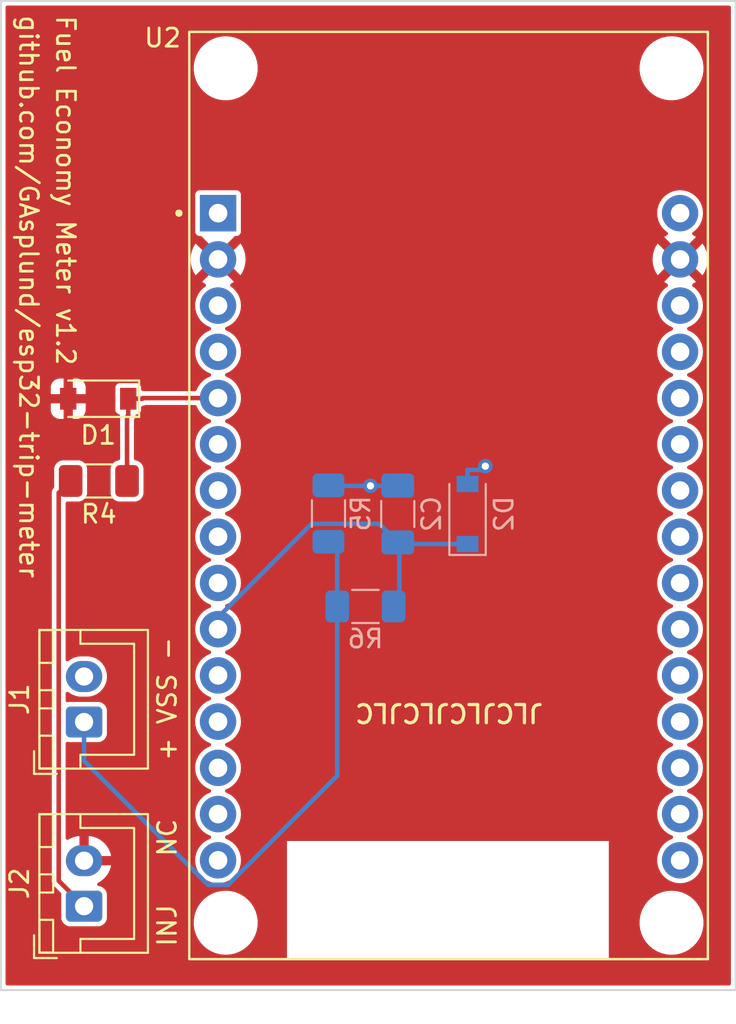
<source format=kicad_pcb>
(kicad_pcb (version 20211014) (generator pcbnew)
  (layers (0 "F.Cu" signal) (31 "B.Cu" signal) (34 "B.Paste" user) (35 "F.Paste" user) (36 "B.SilkS" user "B.Silkscreen") (37 "F.SilkS" user "F.Silkscreen") (38 "B.Mask" user) (39 "F.Mask" user) (44 "Edge.Cuts" user))
  (net 0 "")
  (net 1 "3v3")
  (net 2 "GND")
  (net 3 "VSS+")
  (net 4 "VSS-")
  (net 5 "INJ_GND")
  (net 8 "VSS_A")
  (net 29 "5V")
  (net 32 "/INJ_SIG")
  (footprint "Connector_JST:JST_XH_B2B-XH-A_1x02_P2.50mm_Vertical" (layer "F.Cu") (at 126.492 106.132 90)
    (fp_text reference "J2" (at 1.25 -3.55 90) (layer "F.SilkS"))
    (fp_text value "Conn_01x02_Female")
    (fp_line (start 4.3 2.75) (end 1.25 2.75) (layer "F.SilkS") (width 0.12))
    (fp_line (start 0.75 -1.7) (end 1.75 -1.7) (layer "F.SilkS") (width 0.12))
    (fp_line (start -2.55 -0.2) (end -1.8 -0.2) (layer "F.SilkS") (width 0.12))
    (fp_line (start -1.8 -0.2) (end -1.8 2.75) (layer "F.SilkS") (width 0.12))
    (fp_line (start 5.06 3.51) (end 5.06 -2.46) (layer "F.SilkS") (width 0.12))
    (fp_line (start 4.3 -0.2) (end 4.3 2.75) (layer "F.SilkS") (width 0.12))
    (fp_line (start 1.75 -2.45) (end 0.75 -2.45) (layer "F.SilkS") (width 0.12))
    (fp_line (start 5.05 -2.45) (end 3.25 -2.45) (layer "F.SilkS") (width 0.12))
    (fp_line (start -0.75 -1.7) (end -0.75 -2.45) (layer "F.SilkS") (width 0.12))
    (fp_line (start -2.56 3.51) (end 5.06 3.51) (layer "F.SilkS") (width 0.12))
    (fp_line (start 3.25 -1.7) (end 5.05 -1.7) (layer "F.SilkS") (width 0.12))
    (fp_line (start 1.75 -1.7) (end 1.75 -2.45) (layer "F.SilkS") (width 0.12))
    (fp_line (start 5.05 -1.7) (end 5.05 -2.45) (layer "F.SilkS") (width 0.12))
    (fp_line (start -2.85 -2.75) (end -2.85 -1.5) (layer "F.SilkS") (width 0.12))
    (fp_line (start -0.75 -2.45) (end -2.55 -2.45) (layer "F.SilkS") (width 0.12))
    (fp_line (start -2.55 -2.45) (end -2.55 -1.7) (layer "F.SilkS") (width 0.12))
    (fp_line (start -1.8 2.75) (end 1.25 2.75) (layer "F.SilkS") (width 0.12))
    (fp_line (start 0.75 -2.45) (end 0.75 -1.7) (layer "F.SilkS") (width 0.12))
    (fp_line (start 3.25 -2.45) (end 3.25 -1.7) (layer "F.SilkS") (width 0.12))
    (fp_line (start -2.55 -1.7) (end -0.75 -1.7) (layer "F.SilkS") (width 0.12))
    (fp_line (start -1.6 -2.75) (end -2.85 -2.75) (layer "F.SilkS") (width 0.12))
    (fp_line (start 5.06 -2.46) (end -2.56 -2.46) (layer "F.SilkS") (width 0.12))
    (fp_line (start -2.56 -2.46) (end -2.56 3.51) (layer "F.SilkS") (width 0.12))
    (fp_line (start 5.05 -0.2) (end 4.3 -0.2) (layer "F.SilkS") (width 0.12))
    (pad "1" thru_hole roundrect (at 0 0 90) (size 1.7 2) (drill 1) (layers *.Cu *.Mask) (roundrect_rratio 0.1470588235) (net 5 "INJ_GND"))
    (pad "2" thru_hole oval (at 2.5 0 90) (size 1.7 2) (drill 1) (layers *.Cu *.Mask) (net 2 "GND"))
  )
  (footprint "Diode_SMD:D_SOD-123" (layer "F.Cu") (at 127.27 78.248 180)
    (fp_text reference "D1" (at 0 -2) (layer "F.SilkS"))
    (fp_text value "3V")
    (fp_line (start -2.25 1) (end 1.65 1) (layer "F.SilkS") (width 0.12))
    (fp_line (start -2.25 -1) (end -2.25 1) (layer "F.SilkS") (width 0.12))
    (fp_line (start -2.25 -1) (end 1.65 -1) (layer "F.SilkS") (width 0.12))
    (pad "1" smd rect (at -1.65 0 180) (size 0.9 1.2) (layers "F.Cu" "F.Paste" "F.Mask") (net 32 "/INJ_SIG"))
    (pad "2" smd rect (at 1.65 0 180) (size 0.9 1.2) (layers "F.Cu" "F.Paste" "F.Mask") (net 2 "GND"))
  )
  (footprint "ESP32_Devkit:MODULE_ESP32_DEVKIT_V1" (layer "F.Cu") (at 146.558 83.566)
    (fp_text reference "U2" (at -15.748 -25.146) (layer "F.SilkS"))
    (fp_text value "ESP32-DEVKIT-V1")
    (fp_line (start -14.28 25.475) (end -8.91 25.475) (layer "F.SilkS") (width 0.127))
    (fp_line (start 14.23 25.475) (end -14.28 25.475) (layer "F.SilkS") (width 0.127))
    (fp_line (start 14.23 -25.475) (end 14.23 25.475) (layer "F.SilkS") (width 0.127))
    (fp_line (start 8.78 25.475) (end 14.23 25.475) (layer "F.SilkS") (width 0.127))
    (fp_line (start -14.28 25.475) (end -14.28 -25.475) (layer "F.SilkS") (width 0.127))
    (fp_line (start -14.28 -25.475) (end -3.211 -25.475) (layer "F.SilkS") (width 0.127))
    (fp_line (start 3.5 -25.475) (end 14.23 -25.475) (layer "F.SilkS") (width 0.127))
    (fp_line (start -14.28 -25.475) (end 14.23 -25.475) (layer "F.SilkS") (width 0.127))
    (fp_line (start -3.211 -25.475) (end 3.5 -25.475) (layer "F.SilkS") (width 0.127))
    (fp_line (start -14.28 25.475) (end -14.28 -25.475) (layer "F.SilkS") (width 0.127))
    (fp_line (start 14.23 -25.475) (end 14.23 25.475) (layer "F.SilkS") (width 0.127))
    (fp_line (start -8.91 25.475) (end 8.78 25.475) (layer "F.SilkS") (width 0.127))
    (fp_circle (center -14.85 -15.515) (end -14.75 -15.515) (layer "F.SilkS") (width 0.2) (fill none))
    (pad "" np_thru_hole circle (at -12.28 -23.475) (size 3 3) (drill 3) (layers *.Cu *.Mask))
    (pad "" np_thru_hole circle (at 12.23 -23.475) (size 3 3) (drill 3) (layers *.Cu *.Mask))
    (pad "" np_thru_hole circle (at 12.23 23.475) (size 3 3) (drill 3) (layers *.Cu *.Mask))
    (pad "" np_thru_hole circle (at -12.28 23.475) (size 3 3) (drill 3) (layers *.Cu *.Mask))
    (pad "1" thru_hole rect (at -12.7 -15.515) (size 2 2) (drill 1.02) (layers *.Cu *.Mask) (net 1 "3v3"))
    (pad "2" thru_hole circle (at -12.7 -12.975) (size 2 2) (drill 1.02) (layers *.Cu *.Mask) (net 2 "GND"))
    (pad "3" thru_hole circle (at -12.7 -10.435) (size 2 2) (drill 1.02) (layers *.Cu *.Mask))
    (pad "4" thru_hole circle (at -12.7 -7.895) (size 2 2) (drill 1.02) (layers *.Cu *.Mask))
    (pad "5" thru_hole circle (at -12.7 -5.355) (size 2 2) (drill 1.02) (layers *.Cu *.Mask) (net 32 "/INJ_SIG"))
    (pad "6" thru_hole circle (at -12.7 -2.815) (size 2 2) (drill 1.02) (layers *.Cu *.Mask))
    (pad "7" thru_hole circle (at -12.7 -0.275) (size 2 2) (drill 1.02) (layers *.Cu *.Mask))
    (pad "8" thru_hole circle (at -12.7 2.265) (size 2 2) (drill 1.02) (layers *.Cu *.Mask))
    (pad "9" thru_hole circle (at -12.7 4.805) (size 2 2) (drill 1.02) (layers *.Cu *.Mask))
    (pad "10" thru_hole circle (at -12.7 7.345) (size 2 2) (drill 1.02) (layers *.Cu *.Mask) (net 8 "VSS_A"))
    (pad "11" thru_hole circle (at -12.7 9.885) (size 2 2) (drill 1.02) (layers *.Cu *.Mask))
    (pad "12" thru_hole circle (at -12.7 12.425) (size 2 2) (drill 1.02) (layers *.Cu *.Mask))
    (pad "13" thru_hole circle (at -12.7 14.965) (size 2 2) (drill 1.02) (layers *.Cu *.Mask))
    (pad "14" thru_hole circle (at -12.7 17.505) (size 2 2) (drill 1.02) (layers *.Cu *.Mask))
    (pad "15" thru_hole circle (at -12.7 20.045) (size 2 2) (drill 1.02) (layers *.Cu *.Mask))
    (pad "16" thru_hole circle (at 12.7 20.045) (size 2 2) (drill 1.02) (layers *.Cu *.Mask))
    (pad "17" thru_hole circle (at 12.7 17.505) (size 2 2) (drill 1.02) (layers *.Cu *.Mask))
    (pad "18" thru_hole circle (at 12.7 14.965) (size 2 2) (drill 1.02) (layers *.Cu *.Mask))
    (pad "19" thru_hole circle (at 12.7 12.425) (size 2 2) (drill 1.02) (layers *.Cu *.Mask))
    (pad "20" thru_hole circle (at 12.7 9.885) (size 2 2) (drill 1.02) (layers *.Cu *.Mask))
    (pad "21" thru_hole circle (at 12.7 7.345) (size 2 2) (drill 1.02) (layers *.Cu *.Mask))
    (pad "22" thru_hole circle (at 12.7 4.805) (size 2 2) (drill 1.02) (layers *.Cu *.Mask))
    (pad "23" thru_hole circle (at 12.7 2.265) (size 2 2) (drill 1.02) (layers *.Cu *.Mask))
    (pad "24" thru_hole circle (at 12.7 -0.275) (size 2 2) (drill 1.02) (layers *.Cu *.Mask))
    (pad "25" thru_hole circle (at 12.7 -2.815) (size 2 2) (drill 1.02) (layers *.Cu *.Mask))
    (pad "26" thru_hole circle (at 12.7 -5.355) (size 2 2) (drill 1.02) (layers *.Cu *.Mask))
    (pad "27" thru_hole circle (at 12.7 -7.895) (size 2 2) (drill 1.02) (layers *.Cu *.Mask))
    (pad "28" thru_hole circle (at 12.7 -10.435) (size 2 2) (drill 1.02) (layers *.Cu *.Mask))
    (pad "29" thru_hole circle (at 12.7 -12.975) (size 2 2) (drill 1.02) (layers *.Cu *.Mask) (net 2 "GND"))
    (pad "30" thru_hole circle (at 12.7 -15.515) (size 2 2) (drill 1.02) (layers *.Cu *.Mask) (net 29 "5V"))
    (zone (net 0) (net_name "") (layer "F.Cu") (connect_pads (clearance 0)) (min_thickness 0.01)
      (keepout (tracks not_allowed) (vias not_allowed) (pads not_allowed) (copperpour not_allowed) (footprints allowed))
      (fill (thermal_gap 0.508) (thermal_bridge_width 0.508))
      (polygon (pts (xy 137.648 102.551) (xy 155.338 102.551) (xy 155.338 109.041) (xy 137.648 109.041)))
    )
  )
  (footprint "Resistor_SMD:R_1206_3216Metric_Pad1.30x1.75mm_HandSolder" (layer "F.Cu") (at 127.304 82.766 180)
    (fp_text reference "R4" (at 0 -1.82) (layer "F.SilkS"))
    (fp_text value "50K")
    (fp_line (start -0.727064 -0.91) (end 0.727064 -0.91) (layer "F.SilkS") (width 0.12))
    (fp_line (start -0.727064 0.91) (end 0.727064 0.91) (layer "F.SilkS") (width 0.12))
    (pad "1" smd roundrect (at -1.55 0 180) (size 1.3 1.75) (layers "F.Cu" "F.Paste" "F.Mask") (roundrect_rratio 0.1923076923) (net 32 "/INJ_SIG"))
    (pad "2" smd roundrect (at 1.55 0 180) (size 1.3 1.75) (layers "F.Cu" "F.Paste" "F.Mask") (roundrect_rratio 0.1923076923) (net 5 "INJ_GND"))
  )
  (footprint "Connector_JST:JST_XH_B2B-XH-A_1x02_P2.50mm_Vertical" (layer "F.Cu") (at 126.492 96.012 90)
    (fp_text reference "J1" (at 1.25 -3.55 90) (layer "F.SilkS"))
    (fp_text value "Conn_01x02_Female")
    (fp_line (start 0.75 -2.45) (end 0.75 -1.7) (layer "F.SilkS") (width 0.12))
    (fp_line (start 1.75 -2.45) (end 0.75 -2.45) (layer "F.SilkS") (width 0.12))
    (fp_line (start -1.6 -2.75) (end -2.85 -2.75) (layer "F.SilkS") (width 0.12))
    (fp_line (start 3.25 -2.45) (end 3.25 -1.7) (layer "F.SilkS") (width 0.12))
    (fp_line (start 5.05 -2.45) (end 3.25 -2.45) (layer "F.SilkS") (width 0.12))
    (fp_line (start -2.56 3.51) (end 5.06 3.51) (layer "F.SilkS") (width 0.12))
    (fp_line (start -1.8 2.75) (end 1.25 2.75) (layer "F.SilkS") (width 0.12))
    (fp_line (start 5.05 -0.2) (end 4.3 -0.2) (layer "F.SilkS") (width 0.12))
    (fp_line (start -2.85 -2.75) (end -2.85 -1.5) (layer "F.SilkS") (width 0.12))
    (fp_line (start 5.05 -1.7) (end 5.05 -2.45) (layer "F.SilkS") (width 0.12))
    (fp_line (start 1.75 -1.7) (end 1.75 -2.45) (layer "F.SilkS") (width 0.12))
    (fp_line (start -1.8 -0.2) (end -1.8 2.75) (layer "F.SilkS") (width 0.12))
    (fp_line (start 4.3 -0.2) (end 4.3 2.75) (layer "F.SilkS") (width 0.12))
    (fp_line (start -2.55 -0.2) (end -1.8 -0.2) (layer "F.SilkS") (width 0.12))
    (fp_line (start 5.06 3.51) (end 5.06 -2.46) (layer "F.SilkS") (width 0.12))
    (fp_line (start 4.3 2.75) (end 1.25 2.75) (layer "F.SilkS") (width 0.12))
    (fp_line (start 3.25 -1.7) (end 5.05 -1.7) (layer "F.SilkS") (width 0.12))
    (fp_line (start -0.75 -1.7) (end -0.75 -2.45) (layer "F.SilkS") (width 0.12))
    (fp_line (start 5.06 -2.46) (end -2.56 -2.46) (layer "F.SilkS") (width 0.12))
    (fp_line (start -2.55 -1.7) (end -0.75 -1.7) (layer "F.SilkS") (width 0.12))
    (fp_line (start 0.75 -1.7) (end 1.75 -1.7) (layer "F.SilkS") (width 0.12))
    (fp_line (start -2.56 -2.46) (end -2.56 3.51) (layer "F.SilkS") (width 0.12))
    (fp_line (start -2.55 -2.45) (end -2.55 -1.7) (layer "F.SilkS") (width 0.12))
    (fp_line (start -0.75 -2.45) (end -2.55 -2.45) (layer "F.SilkS") (width 0.12))
    (pad "1" thru_hole roundrect (at 0 0 90) (size 1.7 2) (drill 1) (layers *.Cu *.Mask) (roundrect_rratio 0.1470588235) (net 3 "VSS+"))
    (pad "2" thru_hole oval (at 2.5 0 90) (size 1.7 2) (drill 1) (layers *.Cu *.Mask) (net 4 "VSS-"))
  )
  (footprint "Resistor_SMD:R_1206_3216Metric_Pad1.30x1.75mm_HandSolder" (layer "B.Cu") (at 141.96 89.662 180)
    (fp_text reference "R6" (at 0 -1.778) (layer "B.SilkS") (effects (justify mirror)))
    (fp_text value "50K")
    (fp_line (start -0.727064 -0.91) (end 0.727064 -0.91) (layer "B.SilkS") (width 0.12))
    (fp_line (start -0.727064 0.91) (end 0.727064 0.91) (layer "B.SilkS") (width 0.12))
    (pad "1" smd roundrect (at -1.55 0 180) (size 1.3 1.75) (layers "B.Cu" "B.Paste" "B.Mask") (roundrect_rratio 0.1923076923) (net 8 "VSS_A"))
    (pad "2" smd roundrect (at 1.55 0 180) (size 1.3 1.75) (layers "B.Cu" "B.Paste" "B.Mask") (roundrect_rratio 0.1923076923) (net 3 "VSS+"))
  )
  (footprint "Capacitor_SMD:C_1206_3216Metric_Pad1.33x1.80mm_HandSolder" (layer "B.Cu") (at 143.738 84.582 90)
    (fp_text reference "C2" (at 0 1.85 90) (layer "B.SilkS") (effects (justify mirror)))
    (fp_text value "0.01uF")
    (fp_line (start -0.711252 0.91) (end 0.711252 0.91) (layer "B.SilkS") (width 0.12))
    (fp_line (start -0.711252 -0.91) (end 0.711252 -0.91) (layer "B.SilkS") (width 0.12))
    (pad "1" smd roundrect (at -1.5625 0 90) (size 1.325 1.8) (layers "B.Cu" "B.Paste" "B.Mask") (roundrect_rratio 0.1886792453) (net 8 "VSS_A"))
    (pad "2" smd roundrect (at 1.5625 0 90) (size 1.325 1.8) (layers "B.Cu" "B.Paste" "B.Mask") (roundrect_rratio 0.1886792453) (net 2 "GND"))
  )
  (footprint "Resistor_SMD:R_1206_3216Metric_Pad1.30x1.75mm_HandSolder" (layer "B.Cu") (at 139.928 84.556 -90)
    (fp_text reference "R5" (at 0 -1.778 90) (layer "B.SilkS") (effects (justify mirror)))
    (fp_text value "50K")
    (fp_line (start -0.727064 -0.91) (end 0.727064 -0.91) (layer "B.SilkS") (width 0.12))
    (fp_line (start -0.727064 0.91) (end 0.727064 0.91) (layer "B.SilkS") (width 0.12))
    (pad "1" smd roundrect (at -1.55 0 270) (size 1.3 1.75) (layers "B.Cu" "B.Paste" "B.Mask") (roundrect_rratio 0.1923076923) (net 2 "GND"))
    (pad "2" smd roundrect (at 1.55 0 270) (size 1.3 1.75) (layers "B.Cu" "B.Paste" "B.Mask") (roundrect_rratio 0.1923076923) (net 3 "VSS+"))
  )
  (footprint "Diode_SMD:D_SOD-123" (layer "B.Cu") (at 147.574 84.582 90)
    (fp_text reference "D2" (at 0 2 90) (layer "B.SilkS") (effects (justify mirror)))
    (fp_text value "3V")
    (fp_line (start -2.25 1) (end 1.65 1) (layer "B.SilkS") (width 0.12))
    (fp_line (start -2.25 -1) (end 1.65 -1) (layer "B.SilkS") (width 0.12))
    (fp_line (start -2.25 1) (end -2.25 -1) (layer "B.SilkS") (width 0.12))
    (pad "1" smd rect (at -1.65 0 90) (size 0.9 1.2) (layers "B.Cu" "B.Paste" "B.Mask") (net 8 "VSS_A"))
    (pad "2" smd rect (at 1.65 0 90) (size 0.9 1.2) (layers "B.Cu" "B.Paste" "B.Mask") (net 2 "GND"))
  )
  (gr_rect (start 121.92 56.388) (end 162.306 110.744) (layer "Edge.Cuts") (width 0.1) (fill none))
  (gr_text "INJ" (at 131.064 107.188 90) (layer "F.SilkS") (effects (font (size 1 1))))
  (gr_text "JLCJLCJLCJLC" (at 146.558 95.504 180) (layer "F.SilkS") (effects (font (size 1 1) (thickness 0.18))))
  (gr_text "NC" (at 131.064 102.362 90) (layer "F.SilkS") (effects (font (size 1 1))))
  (gr_text "github.com/GAsplund/esp32-trip-meter" (at 123.444 72.644 270) (layer "F.SilkS") (effects (font (size 1 1))))
  (gr_text "+ VSS -" (at 131.064 94.742 90) (layer "F.SilkS") (effects (font (size 1 1))))
  (gr_text "Fuel Economy Meter v1.2" (at 125.476 66.802 270) (layer "F.SilkS") (effects (font (size 1 1))))
  (via (at 148.5515 81.9545) (size 0.8) (drill 0.4) (layers "F.Cu" "B.Cu") (net 2))
  (via (at 142.2367 83.0344) (size 0.8) (drill 0.4) (layers "F.Cu" "B.Cu") (net 2))
  (segment (start 139.9564 83.0344) (end 139.928 83.006) (width 0.25) (layer "B.Cu") (net 2))
  (segment (start 143.738 83.0195) (end 143.7231 83.0344) (width 0.25) (layer "B.Cu") (net 2))
  (segment (start 147.574 82.932) (end 147.574 82.1569) (width 0.25) (layer "B.Cu") (net 2))
  (segment (start 148.3491 82.1569) (end 147.574 82.1569) (width 0.25) (layer "B.Cu") (net 2))
  (segment (start 142.2367 83.0344) (end 139.9564 83.0344) (width 0.25) (layer "B.Cu") (net 2))
  (segment (start 143.7231 83.0344) (end 142.2367 83.0344) (width 0.25) (layer "B.Cu") (net 2))
  (segment (start 148.5515 81.9545) (end 148.3491 82.1569) (width 0.25) (layer "B.Cu") (net 2))
  (segment (start 126.492 96.012) (end 126.492 98.1439) (width 0.25) (layer "B.Cu") (net 3))
  (segment (start 140.41 98.9601) (end 140.41 89.662) (width 0.25) (layer "B.Cu") (net 3))
  (segment (start 134.4126 104.9575) (end 140.41 98.9601) (width 0.25) (layer "B.Cu") (net 3))
  (segment (start 133.3056 104.9575) (end 134.4126 104.9575) (width 0.25) (layer "B.Cu") (net 3))
  (segment (start 126.492 98.1439) (end 133.3056 104.9575) (width 0.25) (layer "B.Cu") (net 3))
  (segment (start 140.41 86.588) (end 140.41 89.662) (width 0.25) (layer "B.Cu") (net 3))
  (segment (start 139.928 86.106) (end 140.41 86.588) (width 0.25) (layer "B.Cu") (net 3))
  (segment (start 125.0978 104.7378) (end 126.492 106.132) (width 0.25) (layer "F.Cu") (net 5))
  (segment (start 125.754 82.766) (end 125.0978 83.4222) (width 0.25) (layer "F.Cu") (net 5))
  (segment (start 125.0978 83.4222) (end 125.0978 104.7378) (width 0.25) (layer "F.Cu") (net 5))
  (segment (start 133.858 90.911) (end 133.858 90.263) (width 0.25) (layer "B.Cu") (net 8))
  (segment (start 147.574 86.232) (end 143.8255 86.232) (width 0.25) (layer "B.Cu") (net 8))
  (segment (start 143.8255 86.232) (end 143.738 86.1445) (width 0.25) (layer "B.Cu") (net 8))
  (segment (start 133.858 90.263) (end 139.0003 85.1207) (width 0.25) (layer "B.Cu") (net 8))
  (segment (start 139.0003 85.1207) (end 142.7142 85.1207) (width 0.25) (layer "B.Cu") (net 8))
  (segment (start 142.7142 85.1207) (end 143.738 86.1445) (width 0.25) (layer "B.Cu") (net 8))
  (segment (start 143.8255 86.232) (end 143.8255 89.3465) (width 0.25) (layer "B.Cu") (net 8))
  (segment (start 143.8255 89.3465) (end 143.51 89.662) (width 0.25) (layer "B.Cu") (net 8))
  (segment (start 129.7321 78.211) (end 129.6951 78.248) (width 0.25) (layer "F.Cu") (net 32))
  (segment (start 128.854 82.766) (end 128.854 79.2391) (width 0.25) (layer "F.Cu") (net 32))
  (segment (start 133.858 78.211) (end 129.7321 78.211) (width 0.25) (layer "F.Cu") (net 32))
  (segment (start 128.854 79.2391) (end 128.92 79.1731) (width 0.25) (layer "F.Cu") (net 32))
  (segment (start 128.92 78.248) (end 129.6951 78.248) (width 0.25) (layer "F.Cu") (net 32))
  (segment (start 128.92 78.248) (end 128.92 79.1731) (width 0.25) (layer "F.Cu") (net 32))
  (zone (net 2) (net_name "GND") (layer "F.Cu") (connect_pads (clearance 0.254)) (min_thickness 0.2) (fill yes (thermal_gap 0.508) (thermal_bridge_width 0.508))
    (polygon (pts (xy 162.306 110.744) (xy 121.92 110.744) (xy 121.92 56.388) (xy 162.306 56.388)))
  )
)
</source>
